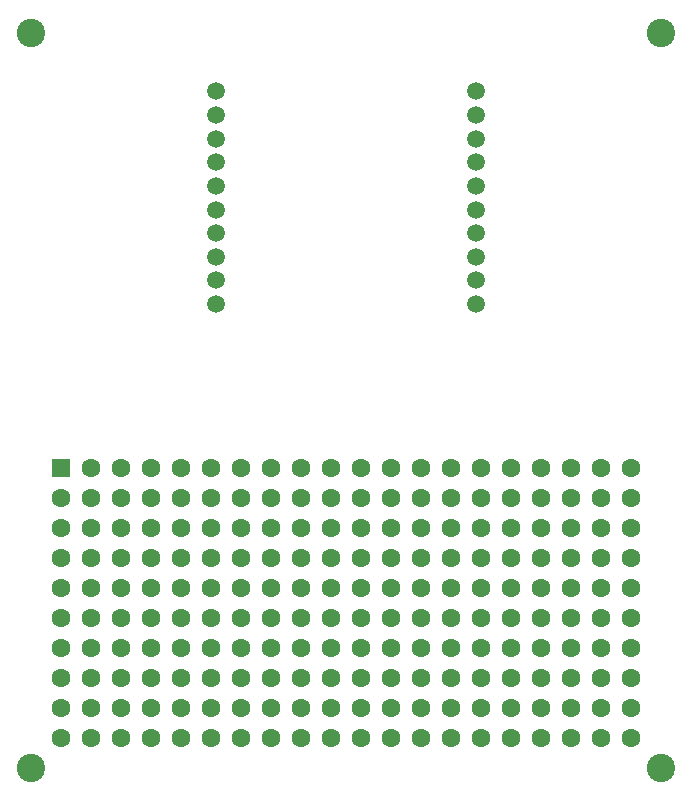
<source format=gts>
G75*
%MOIN*%
%OFA0B0*%
%FSLAX25Y25*%
%IPPOS*%
%LPD*%
%AMOC8*
5,1,8,0,0,1.08239X$1,22.5*
%
%ADD10C,0.09461*%
%ADD11C,0.05950*%
%ADD12R,0.06312X0.06312*%
%ADD13C,0.06312*%
D10*
X0011267Y0011277D03*
X0221267Y0011277D03*
X0221267Y0256277D03*
X0011267Y0256277D03*
D11*
X0072960Y0236710D03*
X0072960Y0228836D03*
X0072960Y0220962D03*
X0072960Y0213088D03*
X0072960Y0205214D03*
X0072960Y0197340D03*
X0072960Y0189466D03*
X0072960Y0181592D03*
X0072960Y0173718D03*
X0072960Y0165844D03*
X0159574Y0165844D03*
X0159574Y0173718D03*
X0159574Y0181592D03*
X0159574Y0189466D03*
X0159574Y0197340D03*
X0159574Y0205214D03*
X0159574Y0213088D03*
X0159574Y0220962D03*
X0159574Y0228836D03*
X0159574Y0236710D03*
D12*
X0021267Y0111277D03*
D13*
X0031267Y0111277D03*
X0041267Y0111277D03*
X0041267Y0101277D03*
X0041267Y0091277D03*
X0041267Y0081277D03*
X0041267Y0071277D03*
X0041267Y0061277D03*
X0041267Y0051277D03*
X0041267Y0041277D03*
X0041267Y0031277D03*
X0041267Y0021277D03*
X0031267Y0021277D03*
X0031267Y0031277D03*
X0031267Y0041277D03*
X0031267Y0051277D03*
X0031267Y0061277D03*
X0031267Y0071277D03*
X0031267Y0081277D03*
X0031267Y0091277D03*
X0031267Y0101277D03*
X0021267Y0101277D03*
X0021267Y0091277D03*
X0021267Y0081277D03*
X0021267Y0071277D03*
X0021267Y0061277D03*
X0021267Y0051277D03*
X0021267Y0041277D03*
X0021267Y0031277D03*
X0021267Y0021277D03*
X0051267Y0021277D03*
X0051267Y0031277D03*
X0051267Y0041277D03*
X0051267Y0051277D03*
X0051267Y0061277D03*
X0051267Y0071277D03*
X0051267Y0081277D03*
X0051267Y0091277D03*
X0051267Y0101277D03*
X0051267Y0111277D03*
X0061267Y0111277D03*
X0071267Y0111277D03*
X0081267Y0111277D03*
X0081267Y0101277D03*
X0081267Y0091277D03*
X0081267Y0081277D03*
X0081267Y0071277D03*
X0081267Y0061277D03*
X0081267Y0051277D03*
X0081267Y0041277D03*
X0081267Y0031277D03*
X0081267Y0021277D03*
X0071267Y0021277D03*
X0071267Y0031277D03*
X0071267Y0041277D03*
X0071267Y0051277D03*
X0071267Y0061277D03*
X0071267Y0071277D03*
X0071267Y0081277D03*
X0071267Y0091277D03*
X0071267Y0101277D03*
X0061267Y0101277D03*
X0061267Y0091277D03*
X0061267Y0081277D03*
X0061267Y0071277D03*
X0061267Y0061277D03*
X0061267Y0051277D03*
X0061267Y0041277D03*
X0061267Y0031277D03*
X0061267Y0021277D03*
X0091267Y0021277D03*
X0091267Y0031277D03*
X0091267Y0041277D03*
X0091267Y0051277D03*
X0091267Y0061277D03*
X0091267Y0071277D03*
X0091267Y0081277D03*
X0091267Y0091277D03*
X0091267Y0101277D03*
X0091267Y0111277D03*
X0101267Y0111277D03*
X0111267Y0111277D03*
X0111267Y0101277D03*
X0111267Y0091277D03*
X0111267Y0081277D03*
X0111267Y0071277D03*
X0111267Y0061277D03*
X0111267Y0051277D03*
X0111267Y0041277D03*
X0111267Y0031277D03*
X0111267Y0021277D03*
X0101267Y0021277D03*
X0101267Y0031277D03*
X0101267Y0041277D03*
X0101267Y0051277D03*
X0101267Y0061277D03*
X0101267Y0071277D03*
X0101267Y0081277D03*
X0101267Y0091277D03*
X0101267Y0101277D03*
X0121267Y0101277D03*
X0121267Y0091277D03*
X0131267Y0091277D03*
X0131267Y0101277D03*
X0131267Y0111277D03*
X0141267Y0111277D03*
X0141267Y0101277D03*
X0141267Y0091277D03*
X0141267Y0081277D03*
X0141267Y0071277D03*
X0141267Y0061277D03*
X0141267Y0051277D03*
X0141267Y0041277D03*
X0141267Y0031277D03*
X0141267Y0021277D03*
X0131267Y0021277D03*
X0131267Y0031277D03*
X0131267Y0041277D03*
X0131267Y0051277D03*
X0131267Y0061277D03*
X0131267Y0071277D03*
X0131267Y0081277D03*
X0121267Y0081277D03*
X0121267Y0071277D03*
X0121267Y0061277D03*
X0121267Y0051277D03*
X0121267Y0041277D03*
X0121267Y0031277D03*
X0121267Y0021277D03*
X0151267Y0021277D03*
X0151267Y0031277D03*
X0151267Y0041277D03*
X0151267Y0051277D03*
X0151267Y0061277D03*
X0151267Y0071277D03*
X0151267Y0081277D03*
X0151267Y0091277D03*
X0151267Y0101277D03*
X0151267Y0111277D03*
X0161267Y0111277D03*
X0171267Y0111277D03*
X0181267Y0111277D03*
X0181267Y0101277D03*
X0181267Y0091277D03*
X0181267Y0081277D03*
X0181267Y0071277D03*
X0181267Y0061277D03*
X0181267Y0051277D03*
X0181267Y0041277D03*
X0181267Y0031277D03*
X0181267Y0021277D03*
X0171267Y0021277D03*
X0171267Y0031277D03*
X0171267Y0041277D03*
X0171267Y0051277D03*
X0171267Y0061277D03*
X0171267Y0071277D03*
X0171267Y0081277D03*
X0171267Y0091277D03*
X0171267Y0101277D03*
X0161267Y0101277D03*
X0161267Y0091277D03*
X0161267Y0081277D03*
X0161267Y0071277D03*
X0161267Y0061277D03*
X0161267Y0051277D03*
X0161267Y0041277D03*
X0161267Y0031277D03*
X0161267Y0021277D03*
X0191267Y0021277D03*
X0191267Y0031277D03*
X0191267Y0041277D03*
X0191267Y0051277D03*
X0191267Y0061277D03*
X0191267Y0071277D03*
X0191267Y0081277D03*
X0191267Y0091277D03*
X0191267Y0101277D03*
X0191267Y0111277D03*
X0201267Y0111277D03*
X0211267Y0111277D03*
X0211267Y0101277D03*
X0211267Y0091277D03*
X0211267Y0081277D03*
X0211267Y0071277D03*
X0211267Y0061277D03*
X0211267Y0051277D03*
X0211267Y0041277D03*
X0211267Y0031277D03*
X0211267Y0021277D03*
X0201267Y0021277D03*
X0201267Y0031277D03*
X0201267Y0041277D03*
X0201267Y0051277D03*
X0201267Y0061277D03*
X0201267Y0071277D03*
X0201267Y0081277D03*
X0201267Y0091277D03*
X0201267Y0101277D03*
X0121267Y0111277D03*
M02*

</source>
